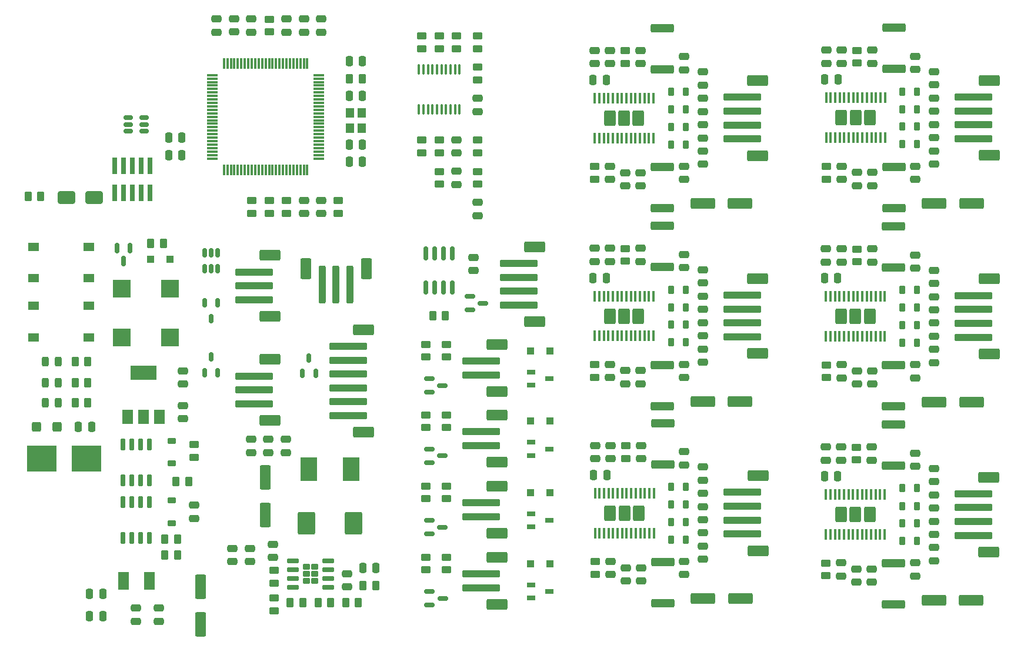
<source format=gbr>
G04 #@! TF.GenerationSoftware,KiCad,Pcbnew,7.0.2-0*
G04 #@! TF.CreationDate,2023-12-22T12:06:10-05:00*
G04 #@! TF.ProjectId,mobo,6d6f626f-2e6b-4696-9361-645f70636258,REV05*
G04 #@! TF.SameCoordinates,Original*
G04 #@! TF.FileFunction,Paste,Top*
G04 #@! TF.FilePolarity,Positive*
%FSLAX46Y46*%
G04 Gerber Fmt 4.6, Leading zero omitted, Abs format (unit mm)*
G04 Created by KiCad (PCBNEW 7.0.2-0) date 2023-12-22 12:06:10*
%MOMM*%
%LPD*%
G01*
G04 APERTURE LIST*
G04 Aperture macros list*
%AMRoundRect*
0 Rectangle with rounded corners*
0 $1 Rounding radius*
0 $2 $3 $4 $5 $6 $7 $8 $9 X,Y pos of 4 corners*
0 Add a 4 corners polygon primitive as box body*
4,1,4,$2,$3,$4,$5,$6,$7,$8,$9,$2,$3,0*
0 Add four circle primitives for the rounded corners*
1,1,$1+$1,$2,$3*
1,1,$1+$1,$4,$5*
1,1,$1+$1,$6,$7*
1,1,$1+$1,$8,$9*
0 Add four rect primitives between the rounded corners*
20,1,$1+$1,$2,$3,$4,$5,0*
20,1,$1+$1,$4,$5,$6,$7,0*
20,1,$1+$1,$6,$7,$8,$9,0*
20,1,$1+$1,$8,$9,$2,$3,0*%
G04 Aperture macros list end*
%ADD10RoundRect,0.250000X0.250000X0.475000X-0.250000X0.475000X-0.250000X-0.475000X0.250000X-0.475000X0*%
%ADD11RoundRect,0.150000X0.150000X-0.725000X0.150000X0.725000X-0.150000X0.725000X-0.150000X-0.725000X0*%
%ADD12RoundRect,0.250000X-0.550000X1.500000X-0.550000X-1.500000X0.550000X-1.500000X0.550000X1.500000X0*%
%ADD13RoundRect,0.250000X-0.475000X0.250000X-0.475000X-0.250000X0.475000X-0.250000X0.475000X0.250000X0*%
%ADD14RoundRect,0.250000X0.450000X-0.262500X0.450000X0.262500X-0.450000X0.262500X-0.450000X-0.262500X0*%
%ADD15RoundRect,0.250000X-1.500000X-0.550000X1.500000X-0.550000X1.500000X0.550000X-1.500000X0.550000X0*%
%ADD16RoundRect,0.250000X-0.450000X0.262500X-0.450000X-0.262500X0.450000X-0.262500X0.450000X0.262500X0*%
%ADD17RoundRect,0.250000X-0.250000X-0.475000X0.250000X-0.475000X0.250000X0.475000X-0.250000X0.475000X0*%
%ADD18RoundRect,0.250000X0.475000X-0.250000X0.475000X0.250000X-0.475000X0.250000X-0.475000X-0.250000X0*%
%ADD19R,1.500000X2.500000*%
%ADD20RoundRect,0.250000X-0.300000X-0.300000X0.300000X-0.300000X0.300000X0.300000X-0.300000X0.300000X0*%
%ADD21RoundRect,0.250000X-1.425000X0.362500X-1.425000X-0.362500X1.425000X-0.362500X1.425000X0.362500X0*%
%ADD22RoundRect,0.250000X-0.250000X-2.500000X0.250000X-2.500000X0.250000X2.500000X-0.250000X2.500000X0*%
%ADD23RoundRect,0.250000X-0.550000X-1.250000X0.550000X-1.250000X0.550000X1.250000X-0.550000X1.250000X0*%
%ADD24RoundRect,0.250000X-2.500000X0.250000X-2.500000X-0.250000X2.500000X-0.250000X2.500000X0.250000X0*%
%ADD25RoundRect,0.250000X-1.250000X0.550000X-1.250000X-0.550000X1.250000X-0.550000X1.250000X0.550000X0*%
%ADD26RoundRect,0.150000X0.150000X-0.512500X0.150000X0.512500X-0.150000X0.512500X-0.150000X-0.512500X0*%
%ADD27R,1.220000X0.650000*%
%ADD28R,2.500000X2.500000*%
%ADD29RoundRect,0.150000X-0.587500X-0.150000X0.587500X-0.150000X0.587500X0.150000X-0.587500X0.150000X0*%
%ADD30RoundRect,0.218750X-0.218750X-0.381250X0.218750X-0.381250X0.218750X0.381250X-0.218750X0.381250X0*%
%ADD31RoundRect,0.250000X0.262500X0.450000X-0.262500X0.450000X-0.262500X-0.450000X0.262500X-0.450000X0*%
%ADD32RoundRect,0.250000X-0.262500X-0.450000X0.262500X-0.450000X0.262500X0.450000X-0.262500X0.450000X0*%
%ADD33RoundRect,0.250000X1.425000X-0.362500X1.425000X0.362500X-1.425000X0.362500X-1.425000X-0.362500X0*%
%ADD34RoundRect,0.150000X-0.150000X0.825000X-0.150000X-0.825000X0.150000X-0.825000X0.150000X0.825000X0*%
%ADD35RoundRect,0.225000X-0.375000X0.225000X-0.375000X-0.225000X0.375000X-0.225000X0.375000X0.225000X0*%
%ADD36RoundRect,0.250000X-1.000000X-0.650000X1.000000X-0.650000X1.000000X0.650000X-1.000000X0.650000X0*%
%ADD37RoundRect,0.100000X-0.100000X0.637500X-0.100000X-0.637500X0.100000X-0.637500X0.100000X0.637500X0*%
%ADD38RoundRect,0.250000X-1.000000X1.400000X-1.000000X-1.400000X1.000000X-1.400000X1.000000X1.400000X0*%
%ADD39RoundRect,0.150000X0.512500X0.150000X-0.512500X0.150000X-0.512500X-0.150000X0.512500X-0.150000X0*%
%ADD40R,1.550000X1.300000*%
%ADD41RoundRect,0.250001X-0.584999X0.859999X-0.584999X-0.859999X0.584999X-0.859999X0.584999X0.859999X0*%
%ADD42RoundRect,0.100000X-0.100000X0.675000X-0.100000X-0.675000X0.100000X-0.675000X0.100000X0.675000X0*%
%ADD43RoundRect,0.250000X0.400000X0.450000X-0.400000X0.450000X-0.400000X-0.450000X0.400000X-0.450000X0*%
%ADD44RoundRect,0.150000X-0.150000X0.512500X-0.150000X-0.512500X0.150000X-0.512500X0.150000X0.512500X0*%
%ADD45RoundRect,0.075000X0.725000X0.075000X-0.725000X0.075000X-0.725000X-0.075000X0.725000X-0.075000X0*%
%ADD46RoundRect,0.075000X0.075000X0.725000X-0.075000X0.725000X-0.075000X-0.725000X0.075000X-0.725000X0*%
%ADD47RoundRect,0.243750X-0.243750X-0.456250X0.243750X-0.456250X0.243750X0.456250X-0.243750X0.456250X0*%
%ADD48RoundRect,0.250000X0.300000X0.300000X-0.300000X0.300000X-0.300000X-0.300000X0.300000X-0.300000X0*%
%ADD49RoundRect,0.222500X-0.297500X-0.222500X0.297500X-0.222500X0.297500X0.222500X-0.297500X0.222500X0*%
%ADD50RoundRect,0.150000X-0.737500X-0.150000X0.737500X-0.150000X0.737500X0.150000X-0.737500X0.150000X0*%
%ADD51R,0.740000X2.400000*%
%ADD52R,2.350000X3.500000*%
%ADD53R,4.240000X3.810000*%
%ADD54RoundRect,0.150000X-0.150000X0.725000X-0.150000X-0.725000X0.150000X-0.725000X0.150000X0.725000X0*%
%ADD55RoundRect,0.150000X-0.150000X0.587500X-0.150000X-0.587500X0.150000X-0.587500X0.150000X0.587500X0*%
%ADD56R,1.200000X1.400000*%
%ADD57R,1.500000X2.000000*%
%ADD58R,3.800000X2.000000*%
G04 APERTURE END LIST*
D10*
X118350000Y-71310000D03*
X116450000Y-71310000D03*
D11*
X83895000Y-119675000D03*
X85165000Y-119675000D03*
X86435000Y-119675000D03*
X87705000Y-119675000D03*
X87705000Y-114525000D03*
X86435000Y-114525000D03*
X85165000Y-114525000D03*
X83895000Y-114525000D03*
D12*
X95000000Y-135000000D03*
X95000000Y-140400000D03*
D13*
X200575000Y-121750000D03*
X200575000Y-123650000D03*
D14*
X134887500Y-57500000D03*
X134887500Y-55675000D03*
D15*
X167300001Y-79800000D03*
X172700001Y-79800000D03*
D13*
X112400000Y-79360000D03*
X112400000Y-81260000D03*
X191700000Y-86312500D03*
X191700000Y-88212500D03*
D16*
X189500000Y-86350001D03*
X189500000Y-88175001D03*
D13*
X200600000Y-93212501D03*
X200600000Y-95112501D03*
D16*
X151850000Y-131375000D03*
X151850000Y-133200000D03*
X134887500Y-70675000D03*
X134887500Y-72500000D03*
D17*
X116450000Y-64310000D03*
X118350000Y-64310000D03*
D18*
X200625000Y-62712500D03*
X200625000Y-60812500D03*
D13*
X200600000Y-100812500D03*
X200600000Y-102712500D03*
D18*
X112400000Y-55125000D03*
X112400000Y-53225000D03*
D17*
X151550000Y-90500001D03*
X153450000Y-90500001D03*
D18*
X167300000Y-98850000D03*
X167300000Y-96950000D03*
D19*
X83950000Y-134100000D03*
X87650000Y-134100000D03*
D13*
X187300000Y-86312501D03*
X187300000Y-88212501D03*
D18*
X134887500Y-66537500D03*
X134887500Y-64637500D03*
D16*
X130450000Y-130737500D03*
X130450000Y-132562500D03*
D20*
X142550000Y-131650000D03*
X145350000Y-131650000D03*
D21*
X194775000Y-131637500D03*
X194775000Y-137562500D03*
D18*
X151825000Y-116537501D03*
X151825000Y-114637501D03*
D22*
X112550000Y-91450000D03*
X114550000Y-91450000D03*
X116550000Y-91450000D03*
D23*
X110150000Y-89200000D03*
X118950000Y-89200000D03*
D15*
X200575000Y-136900000D03*
X205975000Y-136900000D03*
D16*
X129387500Y-75175000D03*
X129387500Y-77000000D03*
D24*
X135437500Y-112650000D03*
X135437500Y-114650000D03*
D25*
X137687500Y-110250000D03*
X137687500Y-117050000D03*
D18*
X167300000Y-70350000D03*
X167300000Y-68450000D03*
D26*
X95600000Y-104187500D03*
X97500000Y-104187500D03*
X96550000Y-101912500D03*
D27*
X142627500Y-104050000D03*
X142627500Y-105950000D03*
X145247500Y-105000000D03*
D13*
X134350000Y-87550000D03*
X134350000Y-89450000D03*
D16*
X185100000Y-103050000D03*
X185100000Y-104875000D03*
D18*
X197875000Y-133450000D03*
X197875000Y-131550000D03*
D28*
X90650000Y-92050000D03*
X83650000Y-92050000D03*
X83650000Y-99050000D03*
X90650000Y-99050000D03*
D29*
X128000000Y-115200000D03*
X128000000Y-117100000D03*
X129875000Y-116150000D03*
D18*
X197900000Y-104912500D03*
X197900000Y-103012500D03*
D17*
X118400000Y-132285000D03*
X120300000Y-132285000D03*
D18*
X164600000Y-76350000D03*
X164600000Y-74450000D03*
D30*
X162737500Y-97250000D03*
X164862500Y-97250000D03*
D13*
X158400000Y-57750000D03*
X158400000Y-59650000D03*
X167300000Y-72250000D03*
X167300000Y-74150000D03*
D15*
X200625001Y-79762500D03*
X206025001Y-79762500D03*
D30*
X162787500Y-125637500D03*
X164912500Y-125637500D03*
D31*
X78812500Y-108500000D03*
X76987500Y-108500000D03*
D18*
X156250000Y-134137500D03*
X156250000Y-132237500D03*
D15*
X167300001Y-108300000D03*
X172700001Y-108300000D03*
D14*
X127437500Y-112062500D03*
X127437500Y-110237500D03*
D18*
X94100000Y-125150000D03*
X94100000Y-123250000D03*
D27*
X142627500Y-114200000D03*
X142627500Y-116100000D03*
X145247500Y-115150000D03*
D24*
X173050000Y-121387500D03*
X173050000Y-123387500D03*
X173050000Y-125387500D03*
X173050000Y-127387500D03*
D25*
X175300000Y-118987500D03*
X175300000Y-129787500D03*
D24*
X206325000Y-64462500D03*
X206325000Y-66462500D03*
X206325000Y-68462500D03*
X206325000Y-70462500D03*
D25*
X208575000Y-62062500D03*
X208575000Y-72862500D03*
D16*
X156200000Y-86287501D03*
X156200000Y-88112501D03*
D17*
X116450000Y-73810000D03*
X118350000Y-73810000D03*
D32*
X107937500Y-137285000D03*
X109762500Y-137285000D03*
D30*
X162737500Y-94750001D03*
X164862500Y-94750001D03*
D17*
X184875000Y-61962501D03*
X186775000Y-61962501D03*
D13*
X197875000Y-115750000D03*
X197875000Y-117650000D03*
D33*
X161500000Y-88962500D03*
X161500000Y-83037500D03*
D13*
X197900000Y-87212501D03*
X197900000Y-89112501D03*
X191675000Y-114850000D03*
X191675000Y-116750000D03*
D31*
X89662500Y-85550000D03*
X87837500Y-85550000D03*
D32*
X118437500Y-134785000D03*
X120262500Y-134785000D03*
D18*
X102350000Y-55125000D03*
X102350000Y-53225000D03*
D34*
X131267500Y-86975000D03*
X129997500Y-86975000D03*
X128727500Y-86975000D03*
X127457500Y-86975000D03*
X127457500Y-91925000D03*
X128727500Y-91925000D03*
X129997500Y-91925000D03*
X131267500Y-91925000D03*
D30*
X162787500Y-123137501D03*
X164912500Y-123137501D03*
D21*
X161550000Y-131425000D03*
X161550000Y-137350000D03*
D30*
X196062500Y-63662501D03*
X198187500Y-63662501D03*
D21*
X161500000Y-103037500D03*
X161500000Y-108962500D03*
D30*
X162737500Y-92200001D03*
X164862500Y-92200001D03*
D14*
X134887500Y-77000000D03*
X134887500Y-75175000D03*
D16*
X129387500Y-55675000D03*
X129387500Y-57500000D03*
D18*
X134887500Y-81537500D03*
X134887500Y-79637500D03*
D32*
X89887500Y-130400000D03*
X91712500Y-130400000D03*
D18*
X154000000Y-104850000D03*
X154000000Y-102950000D03*
D35*
X90900000Y-122550000D03*
X90900000Y-125850000D03*
D33*
X194775000Y-117562500D03*
X194775000Y-111637500D03*
D24*
X135437500Y-122900000D03*
X135437500Y-124900000D03*
D25*
X137687500Y-120500000D03*
X137687500Y-127300000D03*
D29*
X128000000Y-105050000D03*
X128000000Y-106950000D03*
X129875000Y-106000000D03*
D30*
X162737500Y-66250001D03*
X164862500Y-66250001D03*
D16*
X130437500Y-100087500D03*
X130437500Y-101912500D03*
D14*
X114850000Y-81222500D03*
X114850000Y-79397500D03*
D36*
X75700000Y-78900000D03*
X79700000Y-78900000D03*
D13*
X167300000Y-64650001D03*
X167300000Y-66550001D03*
D18*
X200575000Y-119850000D03*
X200575000Y-117950000D03*
D16*
X126887500Y-70675000D03*
X126887500Y-72500000D03*
D13*
X131887500Y-75137500D03*
X131887500Y-77037500D03*
D18*
X191675000Y-134350000D03*
X191675000Y-132450000D03*
D17*
X79050000Y-136000000D03*
X80950000Y-136000000D03*
D18*
X200575000Y-127450000D03*
X200575000Y-125550000D03*
D24*
X116250000Y-100350000D03*
X116250000Y-102350000D03*
X116250000Y-104350000D03*
X116250000Y-106350000D03*
X116250000Y-108350000D03*
X116250000Y-110350000D03*
D25*
X118500000Y-97950000D03*
X118500000Y-112750000D03*
D18*
X200600000Y-98912500D03*
X200600000Y-97012500D03*
D16*
X107400000Y-79397500D03*
X107400000Y-81222500D03*
D13*
X154050000Y-114637501D03*
X154050000Y-116537501D03*
D18*
X167300000Y-91250000D03*
X167300000Y-89350000D03*
D20*
X142537500Y-101000000D03*
X145337500Y-101000000D03*
D30*
X196062500Y-68712500D03*
X198187500Y-68712500D03*
D13*
X167350000Y-129137500D03*
X167350000Y-131037500D03*
D30*
X196062500Y-66212501D03*
X198187500Y-66212501D03*
D16*
X189475000Y-114887500D03*
X189475000Y-116712500D03*
D13*
X197925000Y-58612501D03*
X197925000Y-60512501D03*
D20*
X142537500Y-111150000D03*
X145337500Y-111150000D03*
D17*
X151600000Y-118887501D03*
X153500000Y-118887501D03*
D37*
X132312500Y-60475000D03*
X131662500Y-60475000D03*
X131012500Y-60475000D03*
X130362500Y-60475000D03*
X129712500Y-60475000D03*
X129062500Y-60475000D03*
X128412500Y-60475000D03*
X127762500Y-60475000D03*
X127112500Y-60475000D03*
X126462500Y-60475000D03*
X126462500Y-66200000D03*
X127112500Y-66200000D03*
X127762500Y-66200000D03*
X128412500Y-66200000D03*
X129062500Y-66200000D03*
X129712500Y-66200000D03*
X130362500Y-66200000D03*
X131012500Y-66200000D03*
X131662500Y-66200000D03*
X132312500Y-66200000D03*
D18*
X158450000Y-134137500D03*
X158450000Y-132237500D03*
D13*
X200625000Y-72212500D03*
X200625000Y-74112500D03*
D38*
X117050000Y-125835000D03*
X110250000Y-125835000D03*
D18*
X191725000Y-77212500D03*
X191725000Y-75312500D03*
D33*
X161550000Y-117350000D03*
X161550000Y-111425000D03*
D39*
X86937500Y-69350000D03*
X86937500Y-68400000D03*
X86937500Y-67450000D03*
X84662500Y-67450000D03*
X84662500Y-68400000D03*
X84662500Y-69350000D03*
D21*
X194825000Y-74500000D03*
X194825000Y-80425000D03*
D30*
X196012500Y-123350000D03*
X198137500Y-123350000D03*
D18*
X158400000Y-77250000D03*
X158400000Y-75350000D03*
D24*
X206275000Y-121600000D03*
X206275000Y-123600000D03*
X206275000Y-125600000D03*
X206275000Y-127600000D03*
D25*
X208525000Y-119200000D03*
X208525000Y-130000000D03*
D40*
X78975000Y-90550000D03*
X71025000Y-90550000D03*
X78975000Y-86050000D03*
X71025000Y-86050000D03*
D18*
X191700000Y-105812500D03*
X191700000Y-103912500D03*
D17*
X184850000Y-90562501D03*
X186750000Y-90562501D03*
D24*
X102750000Y-89650000D03*
X102750000Y-91650000D03*
X102750000Y-93650000D03*
D25*
X105000000Y-87250000D03*
X105000000Y-96050000D03*
D27*
X142627500Y-124450000D03*
X142627500Y-126350000D03*
X145247500Y-125400000D03*
D30*
X196012500Y-128400000D03*
X198137500Y-128400000D03*
X196037500Y-92262501D03*
X198162500Y-92262501D03*
D13*
X107299121Y-113769611D03*
X107299121Y-115669611D03*
D18*
X99850000Y-55100000D03*
X99850000Y-53200000D03*
X89000000Y-139950000D03*
X89000000Y-138050000D03*
D13*
X200625000Y-64612501D03*
X200625000Y-66512501D03*
D14*
X127437500Y-101912500D03*
X127437500Y-100087500D03*
D18*
X164600000Y-104850000D03*
X164600000Y-102950000D03*
D16*
X151800000Y-74487500D03*
X151800000Y-76312500D03*
D13*
X116100000Y-133085000D03*
X116100000Y-134985000D03*
D24*
X135450000Y-133150000D03*
X135450000Y-135150000D03*
D25*
X137700000Y-130750000D03*
X137700000Y-137550000D03*
D18*
X154000000Y-76350000D03*
X154000000Y-74450000D03*
X187325000Y-76312500D03*
X187325000Y-74412500D03*
D41*
X191370000Y-96062500D03*
X189300000Y-96062500D03*
X187230000Y-96062500D03*
D42*
X193525000Y-93187500D03*
X192875000Y-93187500D03*
X192225000Y-93187500D03*
X191575000Y-93187500D03*
X190925000Y-93187500D03*
X190275000Y-93187500D03*
X189625000Y-93187500D03*
X188975000Y-93187500D03*
X188325000Y-93187500D03*
X187675000Y-93187500D03*
X187025000Y-93187500D03*
X186375000Y-93187500D03*
X185725000Y-93187500D03*
X185075000Y-93187500D03*
X185075000Y-98937500D03*
X185725000Y-98937500D03*
X186375000Y-98937500D03*
X187025000Y-98937500D03*
X187675000Y-98937500D03*
X188325000Y-98937500D03*
X188975000Y-98937500D03*
X189625000Y-98937500D03*
X190275000Y-98937500D03*
X190925000Y-98937500D03*
X191575000Y-98937500D03*
X192225000Y-98937500D03*
X192875000Y-98937500D03*
X193525000Y-98937500D03*
D30*
X196037500Y-94812501D03*
X198162500Y-94812501D03*
D43*
X74350000Y-112000000D03*
X71450000Y-112000000D03*
D16*
X105600000Y-132622500D03*
X105600000Y-134447500D03*
D30*
X196012500Y-125850000D03*
X198137500Y-125850000D03*
D18*
X197925000Y-76312500D03*
X197925000Y-74412500D03*
D42*
X193550000Y-70337500D03*
X192900000Y-70337500D03*
X192250000Y-70337500D03*
X191600000Y-70337500D03*
X190950000Y-70337500D03*
X190300000Y-70337500D03*
X189650000Y-70337500D03*
X189000000Y-70337500D03*
X188350000Y-70337500D03*
X187700000Y-70337500D03*
X187050000Y-70337500D03*
X186400000Y-70337500D03*
X185750000Y-70337500D03*
X185100000Y-70337500D03*
X185100000Y-64587500D03*
X185750000Y-64587500D03*
X186400000Y-64587500D03*
X187050000Y-64587500D03*
X187700000Y-64587500D03*
X188350000Y-64587500D03*
X189000000Y-64587500D03*
X189650000Y-64587500D03*
X190300000Y-64587500D03*
X190950000Y-64587500D03*
X191600000Y-64587500D03*
X192250000Y-64587500D03*
X192900000Y-64587500D03*
X193550000Y-64587500D03*
D41*
X187255000Y-67462500D03*
X189325000Y-67462500D03*
X191395000Y-67462500D03*
D18*
X109900000Y-55125000D03*
X109900000Y-53225000D03*
D31*
X91712500Y-128100000D03*
X89887500Y-128100000D03*
D10*
X79350000Y-112000000D03*
X77450000Y-112000000D03*
D16*
X156200000Y-57787501D03*
X156200000Y-59612501D03*
X189525000Y-57750001D03*
X189525000Y-59575001D03*
D13*
X187275000Y-114850000D03*
X187275000Y-116750000D03*
D17*
X184825000Y-119100000D03*
X186725000Y-119100000D03*
D18*
X189500000Y-105812500D03*
X189500000Y-103912500D03*
X187300000Y-104912500D03*
X187300000Y-103012500D03*
D44*
X97500000Y-94112500D03*
X95600000Y-94112500D03*
X96550000Y-96387500D03*
D16*
X130437500Y-110237500D03*
X130437500Y-112062500D03*
D32*
X91487500Y-119800000D03*
X93312500Y-119800000D03*
D33*
X161500000Y-60462500D03*
X161500000Y-54537500D03*
D30*
X162737500Y-63700001D03*
X164862500Y-63700001D03*
D31*
X118312500Y-61810000D03*
X116487500Y-61810000D03*
D18*
X185050000Y-116750000D03*
X185050000Y-114850000D03*
D14*
X127450000Y-132562500D03*
X127450000Y-130737500D03*
D18*
X167350000Y-127237500D03*
X167350000Y-125337500D03*
D16*
X131887500Y-55675000D03*
X131887500Y-57500000D03*
D45*
X112075000Y-73310000D03*
X112075000Y-72810000D03*
X112075000Y-72310000D03*
X112075000Y-71810000D03*
X112075000Y-71310000D03*
X112075000Y-70810000D03*
X112075000Y-70310000D03*
X112075000Y-69810000D03*
X112075000Y-69310000D03*
X112075000Y-68810000D03*
X112075000Y-68310000D03*
X112075000Y-67810000D03*
X112075000Y-67310000D03*
X112075000Y-66810000D03*
X112075000Y-66310000D03*
X112075000Y-65810000D03*
X112075000Y-65310000D03*
X112075000Y-64810000D03*
X112075000Y-64310000D03*
X112075000Y-63810000D03*
X112075000Y-63310000D03*
X112075000Y-62810000D03*
X112075000Y-62310000D03*
X112075000Y-61810000D03*
X112075000Y-61310000D03*
D46*
X110400000Y-59635000D03*
X109900000Y-59635000D03*
X109400000Y-59635000D03*
X108900000Y-59635000D03*
X108400000Y-59635000D03*
X107900000Y-59635000D03*
X107400000Y-59635000D03*
X106900000Y-59635000D03*
X106400000Y-59635000D03*
X105900000Y-59635000D03*
X105400000Y-59635000D03*
X104900000Y-59635000D03*
X104400000Y-59635000D03*
X103900000Y-59635000D03*
X103400000Y-59635000D03*
X102900000Y-59635000D03*
X102400000Y-59635000D03*
X101900000Y-59635000D03*
X101400000Y-59635000D03*
X100900000Y-59635000D03*
X100400000Y-59635000D03*
X99900000Y-59635000D03*
X99400000Y-59635000D03*
X98900000Y-59635000D03*
X98400000Y-59635000D03*
D45*
X96725000Y-61310000D03*
X96725000Y-61810000D03*
X96725000Y-62310000D03*
X96725000Y-62810000D03*
X96725000Y-63310000D03*
X96725000Y-63810000D03*
X96725000Y-64310000D03*
X96725000Y-64810000D03*
X96725000Y-65310000D03*
X96725000Y-65810000D03*
X96725000Y-66310000D03*
X96725000Y-66810000D03*
X96725000Y-67310000D03*
X96725000Y-67810000D03*
X96725000Y-68310000D03*
X96725000Y-68810000D03*
X96725000Y-69310000D03*
X96725000Y-69810000D03*
X96725000Y-70310000D03*
X96725000Y-70810000D03*
X96725000Y-71310000D03*
X96725000Y-71810000D03*
X96725000Y-72310000D03*
X96725000Y-72810000D03*
X96725000Y-73310000D03*
D46*
X98400000Y-74985000D03*
X98900000Y-74985000D03*
X99400000Y-74985000D03*
X99900000Y-74985000D03*
X100400000Y-74985000D03*
X100900000Y-74985000D03*
X101400000Y-74985000D03*
X101900000Y-74985000D03*
X102400000Y-74985000D03*
X102900000Y-74985000D03*
X103400000Y-74985000D03*
X103900000Y-74985000D03*
X104400000Y-74985000D03*
X104900000Y-74985000D03*
X105400000Y-74985000D03*
X105900000Y-74985000D03*
X106400000Y-74985000D03*
X106900000Y-74985000D03*
X107400000Y-74985000D03*
X107900000Y-74985000D03*
X108400000Y-74985000D03*
X108900000Y-74985000D03*
X109400000Y-74985000D03*
X109900000Y-74985000D03*
X110400000Y-74985000D03*
D15*
X167350001Y-136687500D03*
X172750001Y-136687500D03*
D18*
X151775000Y-88150001D03*
X151775000Y-86250001D03*
D13*
X164600000Y-87150001D03*
X164600000Y-89050001D03*
D10*
X92350000Y-70310000D03*
X90450000Y-70310000D03*
D47*
X72662500Y-105600000D03*
X74537500Y-105600000D03*
D13*
X102150000Y-129485000D03*
X102150000Y-131385000D03*
X167300000Y-93150001D03*
X167300000Y-95050001D03*
D30*
X196012500Y-120800000D03*
X198137500Y-120800000D03*
D41*
X191345000Y-124600000D03*
X189275000Y-124600000D03*
X187205000Y-124600000D03*
D42*
X193500000Y-121725000D03*
X192850000Y-121725000D03*
X192200000Y-121725000D03*
X191550000Y-121725000D03*
X190900000Y-121725000D03*
X190250000Y-121725000D03*
X189600000Y-121725000D03*
X188950000Y-121725000D03*
X188300000Y-121725000D03*
X187650000Y-121725000D03*
X187000000Y-121725000D03*
X186350000Y-121725000D03*
X185700000Y-121725000D03*
X185050000Y-121725000D03*
X185050000Y-127475000D03*
X185700000Y-127475000D03*
X186350000Y-127475000D03*
X187000000Y-127475000D03*
X187650000Y-127475000D03*
X188300000Y-127475000D03*
X188950000Y-127475000D03*
X189600000Y-127475000D03*
X190250000Y-127475000D03*
X190900000Y-127475000D03*
X191550000Y-127475000D03*
X192200000Y-127475000D03*
X192850000Y-127475000D03*
X193500000Y-127475000D03*
D31*
X113762500Y-137285000D03*
X111937500Y-137285000D03*
D48*
X90650000Y-87850000D03*
X87850000Y-87850000D03*
D16*
X126887500Y-55675000D03*
X126887500Y-57500000D03*
D49*
X110250000Y-132105000D03*
X110250000Y-133135000D03*
X110250000Y-134165000D03*
X111450000Y-132105000D03*
X111450000Y-133135000D03*
X111450000Y-134165000D03*
D50*
X108287500Y-131230000D03*
X108287500Y-132500000D03*
X108287500Y-133770000D03*
X108287500Y-135040000D03*
X113412500Y-135040000D03*
X113412500Y-133770000D03*
X113412500Y-132500000D03*
X113412500Y-131230000D03*
D24*
X173000000Y-64500000D03*
X173000000Y-66500000D03*
X173000000Y-68500000D03*
X173000000Y-70500000D03*
D25*
X175250000Y-62100000D03*
X175250000Y-72900000D03*
D18*
X97350000Y-55125000D03*
X97350000Y-53225000D03*
X189525000Y-77212500D03*
X189525000Y-75312500D03*
D24*
X135437500Y-102500000D03*
X135437500Y-104500000D03*
D25*
X137687500Y-100100000D03*
X137687500Y-106900000D03*
D27*
X142640000Y-134700000D03*
X142640000Y-136600000D03*
X145260000Y-135650000D03*
D21*
X194800000Y-103100000D03*
X194800000Y-109025000D03*
D13*
X164650000Y-115537501D03*
X164650000Y-117437501D03*
D14*
X104900000Y-81222500D03*
X104900000Y-79397500D03*
D13*
X158450000Y-114637500D03*
X158450000Y-116537500D03*
D30*
X162787500Y-120587501D03*
X164912500Y-120587501D03*
D18*
X85750000Y-139950000D03*
X85750000Y-138050000D03*
D16*
X94100000Y-114537500D03*
X94100000Y-116362500D03*
D18*
X92500000Y-110800000D03*
X92500000Y-108900000D03*
D30*
X196062500Y-71262500D03*
X198187500Y-71262500D03*
D18*
X107400000Y-55125000D03*
X107400000Y-53225000D03*
X154050000Y-133237500D03*
X154050000Y-131337500D03*
D17*
X116450000Y-59310000D03*
X118350000Y-59310000D03*
D30*
X196037500Y-99862500D03*
X198162500Y-99862500D03*
D41*
X158120000Y-124387500D03*
X156050000Y-124387500D03*
X153980000Y-124387500D03*
D42*
X160275000Y-121512500D03*
X159625000Y-121512500D03*
X158975000Y-121512500D03*
X158325000Y-121512500D03*
X157675000Y-121512500D03*
X157025000Y-121512500D03*
X156375000Y-121512500D03*
X155725000Y-121512500D03*
X155075000Y-121512500D03*
X154425000Y-121512500D03*
X153775000Y-121512500D03*
X153125000Y-121512500D03*
X152475000Y-121512500D03*
X151825000Y-121512500D03*
X151825000Y-127262500D03*
X152475000Y-127262500D03*
X153125000Y-127262500D03*
X153775000Y-127262500D03*
X154425000Y-127262500D03*
X155075000Y-127262500D03*
X155725000Y-127262500D03*
X156375000Y-127262500D03*
X157025000Y-127262500D03*
X157675000Y-127262500D03*
X158325000Y-127262500D03*
X158975000Y-127262500D03*
X159625000Y-127262500D03*
X160275000Y-127262500D03*
D18*
X200625000Y-70312500D03*
X200625000Y-68412500D03*
D16*
X134887500Y-60175000D03*
X134887500Y-62000000D03*
D13*
X109900000Y-79360000D03*
X109900000Y-81260000D03*
D33*
X194800000Y-89025000D03*
X194800000Y-83100000D03*
D16*
X130437500Y-120487500D03*
X130437500Y-122312500D03*
D13*
X92500000Y-103900000D03*
X92500000Y-105800000D03*
X99650000Y-129485000D03*
X99650000Y-131385000D03*
X167300000Y-100750000D03*
X167300000Y-102650000D03*
D21*
X161500000Y-74537500D03*
X161500000Y-80462500D03*
D16*
X129387500Y-70675000D03*
X129387500Y-72500000D03*
D47*
X72662500Y-108500000D03*
X74537500Y-108500000D03*
D31*
X117762500Y-137285000D03*
X115937500Y-137285000D03*
D13*
X105487500Y-128872500D03*
X105487500Y-130772500D03*
D18*
X156200000Y-105750000D03*
X156200000Y-103850000D03*
D24*
X206300000Y-93062500D03*
X206300000Y-95062500D03*
X206300000Y-97062500D03*
X206300000Y-99062500D03*
D25*
X208550000Y-90662500D03*
X208550000Y-101462500D03*
D29*
X128000000Y-125450000D03*
X128000000Y-127350000D03*
X129875000Y-126400000D03*
D17*
X151550000Y-62000001D03*
X153450000Y-62000001D03*
D30*
X162737500Y-71300000D03*
X164862500Y-71300000D03*
D51*
X87790000Y-74400000D03*
X87790000Y-78300000D03*
X86520000Y-74400000D03*
X86520000Y-78300000D03*
X85250000Y-74400000D03*
X85250000Y-78300000D03*
X83980000Y-74400000D03*
X83980000Y-78300000D03*
X82710000Y-74400000D03*
X82710000Y-78300000D03*
D31*
X72012500Y-78800000D03*
X70187500Y-78800000D03*
D13*
X154000000Y-86250001D03*
X154000000Y-88150001D03*
D24*
X140850000Y-88425000D03*
X140850000Y-90425000D03*
X140850000Y-92425000D03*
X140850000Y-94425000D03*
D25*
X143100000Y-86025000D03*
X143100000Y-96825000D03*
D41*
X158070000Y-67500000D03*
X156000000Y-67500000D03*
X153930000Y-67500000D03*
D42*
X160225000Y-64625000D03*
X159575000Y-64625000D03*
X158925000Y-64625000D03*
X158275000Y-64625000D03*
X157625000Y-64625000D03*
X156975000Y-64625000D03*
X156325000Y-64625000D03*
X155675000Y-64625000D03*
X155025000Y-64625000D03*
X154375000Y-64625000D03*
X153725000Y-64625000D03*
X153075000Y-64625000D03*
X152425000Y-64625000D03*
X151775000Y-64625000D03*
X151775000Y-70375000D03*
X152425000Y-70375000D03*
X153075000Y-70375000D03*
X153725000Y-70375000D03*
X154375000Y-70375000D03*
X155025000Y-70375000D03*
X155675000Y-70375000D03*
X156325000Y-70375000D03*
X156975000Y-70375000D03*
X157625000Y-70375000D03*
X158275000Y-70375000D03*
X158925000Y-70375000D03*
X159575000Y-70375000D03*
X160225000Y-70375000D03*
D16*
X151800000Y-102987500D03*
X151800000Y-104812500D03*
D18*
X167300000Y-62750000D03*
X167300000Y-60850000D03*
D13*
X187325000Y-57712501D03*
X187325000Y-59612501D03*
D18*
X151775000Y-59650001D03*
X151775000Y-57750001D03*
D13*
X191725000Y-57712500D03*
X191725000Y-59612500D03*
D41*
X158070000Y-96000000D03*
X156000000Y-96000000D03*
X153930000Y-96000000D03*
D42*
X160225000Y-93125000D03*
X159575000Y-93125000D03*
X158925000Y-93125000D03*
X158275000Y-93125000D03*
X157625000Y-93125000D03*
X156975000Y-93125000D03*
X156325000Y-93125000D03*
X155675000Y-93125000D03*
X155025000Y-93125000D03*
X154375000Y-93125000D03*
X153725000Y-93125000D03*
X153075000Y-93125000D03*
X152425000Y-93125000D03*
X151775000Y-93125000D03*
X151775000Y-98875000D03*
X152425000Y-98875000D03*
X153075000Y-98875000D03*
X153725000Y-98875000D03*
X154375000Y-98875000D03*
X155025000Y-98875000D03*
X155675000Y-98875000D03*
X156325000Y-98875000D03*
X156975000Y-98875000D03*
X157625000Y-98875000D03*
X158275000Y-98875000D03*
X158925000Y-98875000D03*
X159575000Y-98875000D03*
X160225000Y-98875000D03*
D52*
X116675000Y-118035000D03*
X110625000Y-118035000D03*
D17*
X79050000Y-139250000D03*
X80950000Y-139250000D03*
D10*
X92350000Y-72810000D03*
X90450000Y-72810000D03*
D44*
X97500000Y-86912500D03*
X96550000Y-86912500D03*
X95600000Y-86912500D03*
X95600000Y-89187500D03*
X96550000Y-89187500D03*
X97500000Y-89187500D03*
D18*
X185075000Y-88212501D03*
X185075000Y-86312501D03*
D13*
X200575000Y-129350000D03*
X200575000Y-131250000D03*
D14*
X102400000Y-81222500D03*
X102400000Y-79397500D03*
D18*
X156200000Y-77250000D03*
X156200000Y-75350000D03*
D14*
X104900000Y-55087500D03*
X104900000Y-53262500D03*
D13*
X158400000Y-86250000D03*
X158400000Y-88150000D03*
D16*
X185075000Y-131587500D03*
X185075000Y-133412500D03*
D30*
X162737500Y-99800000D03*
X164862500Y-99800000D03*
D16*
X156250000Y-114675001D03*
X156250000Y-116500001D03*
D18*
X158400000Y-105750000D03*
X158400000Y-103850000D03*
X167350000Y-119637500D03*
X167350000Y-117737500D03*
D13*
X154000000Y-57750001D03*
X154000000Y-59650001D03*
D53*
X72215000Y-116500000D03*
X78585000Y-116500000D03*
D47*
X72662500Y-102600000D03*
X74537500Y-102600000D03*
D18*
X187275000Y-133450000D03*
X187275000Y-131550000D03*
D14*
X127437500Y-122312500D03*
X127437500Y-120487500D03*
D29*
X133812500Y-93200000D03*
X133812500Y-95100000D03*
X135687500Y-94150000D03*
D30*
X162737500Y-68750000D03*
X164862500Y-68750000D03*
X196037500Y-97312500D03*
X198162500Y-97312500D03*
D13*
X104799121Y-113769611D03*
X104799121Y-115669611D03*
D54*
X87705000Y-122825000D03*
X86435000Y-122825000D03*
X85165000Y-122825000D03*
X83895000Y-122825000D03*
X83895000Y-127975000D03*
X85165000Y-127975000D03*
X86435000Y-127975000D03*
X87705000Y-127975000D03*
D16*
X105600000Y-136622500D03*
X105600000Y-138447500D03*
D55*
X84900000Y-86212500D03*
X83000000Y-86212500D03*
X83950000Y-88087500D03*
D35*
X90900000Y-113950000D03*
X90900000Y-117250000D03*
D16*
X185125000Y-74450000D03*
X185125000Y-76275000D03*
D33*
X194825000Y-60425000D03*
X194825000Y-54500000D03*
D24*
X173000000Y-93000000D03*
X173000000Y-95000000D03*
X173000000Y-97000000D03*
X173000000Y-99000000D03*
D25*
X175250000Y-90600000D03*
X175250000Y-101400000D03*
D24*
X102750000Y-104650000D03*
X102750000Y-106650000D03*
X102750000Y-108650000D03*
D25*
X105000000Y-102250000D03*
X105000000Y-111050000D03*
D56*
X118250000Y-68910000D03*
X118250000Y-66710000D03*
X116550000Y-66710000D03*
X116550000Y-68910000D03*
D12*
X104350000Y-119235000D03*
X104350000Y-124635000D03*
D13*
X131887500Y-70637500D03*
X131887500Y-72537500D03*
D18*
X164650000Y-133237500D03*
X164650000Y-131337500D03*
D57*
X84500000Y-110500000D03*
X86800000Y-110500000D03*
D58*
X86800000Y-104200000D03*
D57*
X89100000Y-110500000D03*
D18*
X189475000Y-134350000D03*
X189475000Y-132450000D03*
D13*
X167350000Y-121537501D03*
X167350000Y-123437501D03*
D31*
X78812500Y-102600000D03*
X76987500Y-102600000D03*
D26*
X109700000Y-104287500D03*
X111600000Y-104287500D03*
X110650000Y-102012500D03*
D20*
X142537500Y-121400000D03*
X145337500Y-121400000D03*
D13*
X102299121Y-113769611D03*
X102299121Y-115669611D03*
D31*
X78812500Y-105600000D03*
X76987500Y-105600000D03*
D29*
X128012500Y-135700000D03*
X128012500Y-137600000D03*
X129887500Y-136650000D03*
D30*
X162787500Y-128187500D03*
X164912500Y-128187500D03*
D15*
X200600001Y-108362500D03*
X206000001Y-108362500D03*
D40*
X71025000Y-94550000D03*
X78975000Y-94550000D03*
X71025000Y-99050000D03*
X78975000Y-99050000D03*
D32*
X128450000Y-95950000D03*
X130275000Y-95950000D03*
D13*
X164600000Y-58650001D03*
X164600000Y-60550001D03*
D18*
X200600000Y-91312500D03*
X200600000Y-89412500D03*
X185100000Y-59612501D03*
X185100000Y-57712501D03*
M02*

</source>
